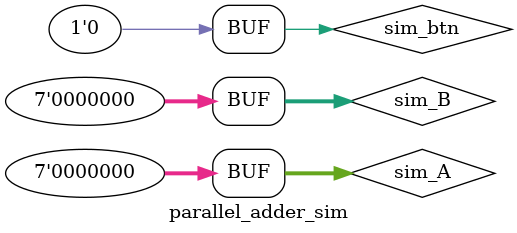
<source format=v>
`timescale 1ns / 1ps


module parallel_adder_sim();
    reg [6:0] sim_A, sim_B;
    reg sim_btn;
    wire [6:0] sim_S; 
    wire [5:0] sim_T;
    wire [6:0] sim_seg;
    wire [3:0] sim_an;
    
    parallel_adder test_unit(.A(sim_A),.B(sim_B),.pb(sim_btn),.S(sim_S),.T(sim_T),.seg(sim_seg),.an(sim_an));

    initial begin
        sim_A = 7'b0100100; sim_B = 7'b0001001; sim_btn = 0; #20;
        sim_A = 7'b0101010; sim_B = 7'b1010101; sim_btn = 0; #20;
        sim_A = 7'b1111101; sim_B = 7'b0000011; sim_btn = 0; #20; // empty
        sim_A = 7'b0000101; sim_B = 7'b0000010; sim_btn = 1; #20;
        sim_A = 7'b1000110; sim_B = 7'b0100011; sim_btn = 1; #20; // overflow
        sim_A = 7'b0001101; sim_B = 7'b0000011; sim_btn = 1; #20; // overflow empty
        sim_A = 7'b0000000; sim_B = 7'b0000000; sim_btn = 0; #20; // reset
    end
endmodule
</source>
